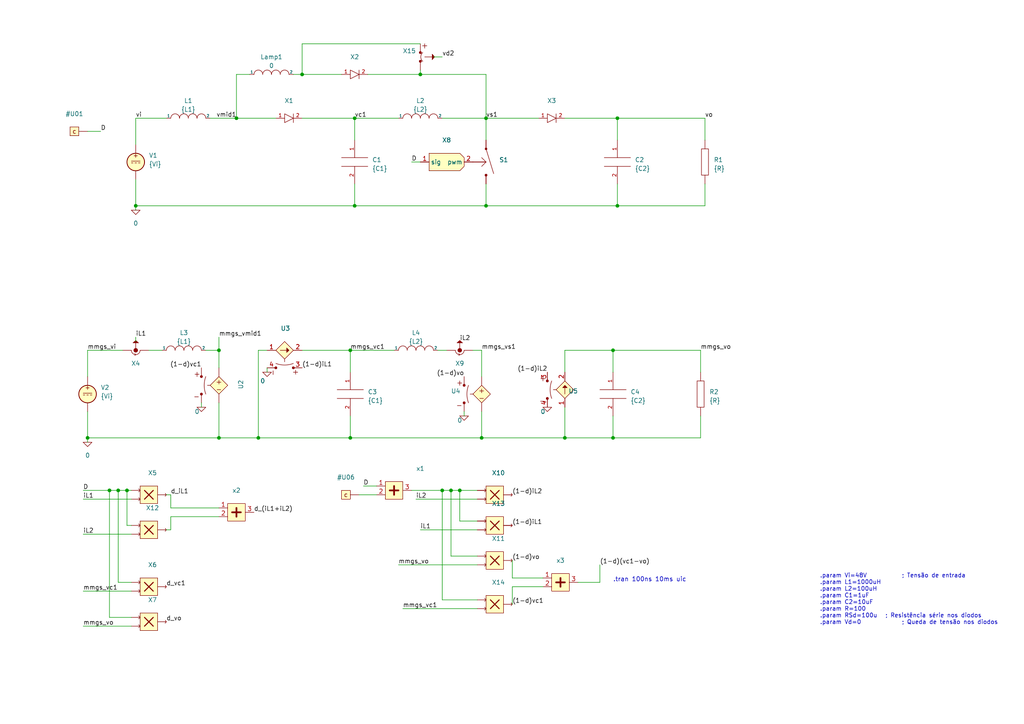
<source format=kicad_sch>
(kicad_sch (version 20220404) (generator eeschema)
  (paper "A4")
  (title_block (title "Conversor Boost Quadrático") (date "2022-05-30") (rev "0") (company "INEP - UFSC"))
  (lib_symbols
    (symbol "Signal Processing:Ammeter Compact" (pin_numbers hide) (in_bom no) (on_board no)
      (property "Reference" "X" (at 3.81 3.81 0))
      (property "Spice_Model" "AMMETER" (at 7.62 -3.81 0))
      (symbol "Ammeter Compact_0_0"
        (polyline (pts (xy 2.1618 -0.7853) (xy 2.168 0.7941) (xy 2.8415 0) (xy 2.1618 -0.7853)) (fill (type outline)))
      )
      (symbol "Ammeter Compact_0_1"
        (polyline (pts (xy -1.5137 0.2765) (xy -1.2513 0.0029) (xy -0.9722 0.2904)))
        (circle (center 0 0) (radius 0.5513) (fill (type outline)))
        (arc (start 0 1.27) (mid -1.2542 0) (end 0 -1.27))
      )
      (symbol "Ammeter Compact_1_1"
        (pin passive line (at 0 3.81 270) (length 2.54) (name "") (number "1"))
        (pin passive line (at 0 -3.81 90) (length 2.54) (name "") (number "2"))
        (pin output line (at 2.54 0 180) (length 2.54) (name "") (number "3"))
      )
    )
    (symbol "Signal Processing:Constant Value Signal Output" (power) (pin_numbers hide) (in_bom no) (on_board no)
      (property "Reference" "U" (at -3.81 2.54 0))
      (property "Spice_Model" "CTE c=1" (at -1.27 -2.54 0))
      (symbol "Constant Value Signal Output_0_0"
        (text "c" (at -3.81 0 0) (effects (font (size 1.27 1.27))))
      )
      (symbol "Constant Value Signal Output_0_1"
        (rectangle (start -5.08 1.27) (end -2.54 -1.27) (fill (type background)))
      )
      (symbol "Constant Value Signal Output_1_1"
        (pin output line (at 0 0 180) (length 2.54) (name "") (number "1"))
      )
    )
    (symbol "Signal Processing:Voltmeter Compact" (pin_numbers hide) (in_bom no) (on_board no)
      (property "Reference" "X" (at 3.81 3.81 0))
      (property "Spice_Model" "VOLTMETER" (at 7.62 -3.81 0))
      (symbol "Voltmeter Compact_0_0"
        (polyline (pts (xy 3.4318 -0.7853) (xy 3.438 0.7941) (xy 4.1115 0) (xy 3.4318 -0.7853)) (fill (type outline)))
      )
      (symbol "Voltmeter Compact_0_1"
        (circle (center 0 -1.27) (radius 0.3247) (fill (type outline)))
        (polyline (pts (xy 1.27 3.81) (xy 1.27 2.54)))
        (polyline (pts (xy 1.8985 3.2251) (xy 0.6341 3.2251)))
        (circle (center 0 1.27) (radius 0.3247) (fill (type outline)))
        (arc (start 0.693 1.283) (mid -2.1916 -0.0134) (end 0.7021 -1.2895))
      )
      (symbol "Voltmeter Compact_1_1"
        (pin passive line (at 0 3.81 270) (length 2.54) (name "") (number "1"))
        (pin passive line (at 0 -3.81 90) (length 2.54) (name "") (number "2"))
        (pin output line (at 3.81 0 180) (length 2.54) (name "") (number "3"))
      )
    )
    (symbol "Signal Processing:product" (pin_numbers hide) (in_bom no) (on_board no)
      (property "Reference" "X" (at -1.27 3.81 0))
      (property "Spice_Model" "PROD" (at 0 -3.81 0))
      (symbol "product_0_1"
        (rectangle (start -2.54 2.54) (end 2.54 -2.54) (fill (type background)))
        (polyline (pts (xy -1.27 -1.27) (xy 1.27 1.27)) (stroke (width 0.3)))
        (polyline (pts (xy -1.27 1.27) (xy 1.27 -1.27)) (stroke (width 0.3)))
        (polyline (pts (xy -2.9571 1.7226) (xy -2.54 1.27) (xy -2.9643 0.8399)))
        (polyline (pts (xy -2.945 -0.8524) (xy -2.54 -1.27) (xy -2.9728 -1.6928)))
        (polyline (pts (xy 4.7317 0.4132) (xy 5.08 0) (xy 4.6948 -0.4241)))
      )
      (symbol "product_1_1"
        (pin input line (at -5.08 1.27 0) (length 2.54) (name "") (number "1"))
        (pin input line (at -5.08 -1.27 0) (length 2.54) (name "") (number "2"))
        (pin output line (at 5.08 0 180) (length 2.54) (name "") (number "3"))
      )
    )
    (symbol "Signal Processing:sum2" (in_bom no) (on_board no)
      (property "Reference" "x" (at 0 3.81 0))
      (property "Spice_Model" "SUM2 g1=1 g2=1 gout=1" (at 0 -3.81 0))
      (symbol "sum2_0_0"
        (rectangle (start -2.54 2.54) (end 2.54 -2.54) (fill (type background)))
        (polyline (pts (xy -1.27 0) (xy 1.27 0)) (stroke (width 0.5)))
        (polyline (pts (xy 0 -1.27) (xy 0 1.27)) (stroke (width 0.5)))
      )
      (symbol "sum2_1_1"
        (pin input line (at -5.08 1.27 0) (length 2.54) (name "") (number "1"))
        (pin input line (at -5.08 -1.27 0) (length 2.54) (name "") (number "2"))
        (pin output line (at 5.08 0 180) (length 2.54) (name "") (number "3"))
      )
    )
    (symbol "Simulation_SPICE:VDC" (pin_numbers hide) (pin_names (offset 0.0254))
      (property "Reference" "V" (at 2.54 2.54 0))
      (property "Value" "VDC" (at 2.54 0 0))
      (property "Spice_Model" "dc(1)" (at 2.54 -2.54 0))
      (symbol "VDC_0_0"
        (polyline (pts (xy -1.27 0.254) (xy 1.27 0.254)))
        (polyline (pts (xy -0.762 -0.254) (xy -1.27 -0.254)))
        (polyline (pts (xy 0.254 -0.254) (xy -0.254 -0.254)))
        (polyline (pts (xy 1.27 -0.254) (xy 0.762 -0.254)))
        (text "+" (at 0 1.905 0) (effects (font (size 1.27 1.27))))
      )
      (symbol "VDC_0_1"
        (circle (center 0 0) (radius 2.54) (stroke (width 0.254)) (fill (type background)))
      )
      (symbol "VDC_1_1"
        (pin passive line (at 0 5.08 270) (length 2.54) (name "~") (number "1"))
        (pin passive line (at 0 -5.08 90) (length 2.54) (name "~") (number "2"))
      )
    )
    (symbol "power electronics:Ideal Diode" (in_bom no) (on_board no)
      (property "Reference" "X" (at -1.27 3.81 0))
      (property "Spice_Model" "IDIODE1 Vf=0 Rs=100u" (at 0 -3.81 0))
      (symbol "Ideal Diode_0_1"
        (polyline (pts (xy 1.27 1.27) (xy 1.27 -1.27)))
        (polyline (pts (xy 1.27 0) (xy -1.27 1.27) (xy -1.27 -1.27) (xy 1.27 0)))
      )
      (symbol "Ideal Diode_1_1"
        (pin passive line (at -3.81 0 0) (length 2.54) (name "") (number "1"))
        (pin passive line (at 3.81 0 180) (length 2.54) (name "") (number "2"))
      )
    )
    (symbol "power electronics:Ideal Switch" (pin_numbers hide) (pin_names hide) (in_bom no) (on_board no)
      (property "Reference" "S" (at 6.35 2.54 0))
      (property "Spice_Model" "ISWITCH reson=1m vgth=0.5" (at 19.05 -2.54 0))
      (symbol "Ideal Switch_0_1"
        (circle (center 0 -3.81) (radius 0.3091) (fill (type outline)))
        (polyline (pts (xy 0 3.81) (xy 2.2157 -3.3763)))
        (polyline (pts (xy -1.27 1.27) (xy 0 0) (xy -1.27 -1.27)))
        (circle (center 0 3.81) (radius 0.2769) (fill (type outline)))
      )
      (symbol "Ideal Switch_1_1"
        (pin passive line (at 0 6.35 270) (length 2.54) (name "D") (number "1"))
        (pin input line (at -3.81 0 0) (length 3.81) (name "G") (number "2"))
        (pin passive line (at 0 -6.35 90) (length 2.54) (name "S") (number "3"))
      )
    )
    (symbol "power electronics:PWM3_FIXED" (in_bom no) (on_board no)
      (property "Reference" "X" (at 0 5.08 0))
      (property "Spice_Model" "PWM3FIXED freq=10kHz" (at 0 -5.08 0))
      (symbol "PWM3_FIXED_0_1"
        (polyline (pts (xy -5.08 2.54) (xy -5.08 -2.54) (xy 3.81 -2.54) (xy 5.08 -1.27) (xy 5.08 1.27) (xy 3.81 2.54) (xy -5.08 2.54)) (fill (type background)))
      )
      (symbol "PWM3_FIXED_1_1"
        (pin input line (at -7.62 0 0) (length 2.54) (name "sig") (number "1"))
        (pin output line (at 7.62 0 180) (length 2.54) (name "pwm") (number "2"))
      )
    )
    (symbol "power electronics:VCCS" (in_bom no) (on_board no)
      (property "Reference" "U" (at 8.89 2.54 0))
      (property "Spice_Model" "1" (at 8.89 -3.81 0))
      (symbol "VCCS_0_1"
        (polyline (pts (xy 2.54 0) (xy 3.341 0)))
        (polyline (pts (xy 6.35 2.54) (xy 6.35 3.81)))
        (polyline (pts (xy 6.9381 3.2047) (xy 5.7514 3.2047)))
        (polyline (pts (xy 7.0439 -3.3394) (xy 5.9493 -3.3394)))
        (polyline (pts (xy -2.54 0) (xy 0 2.54) (xy 2.54 0) (xy 0 -2.54) (xy -2.54 0)) (fill (type background)))
        (polyline (pts (xy 0 -1.27) (xy 0 1.27) (xy -0.6763 0.5962) (xy 0.6201 0.5883) (xy 0 1.27)) (fill (type outline)))
        (arc (start 3.81 -2.54) (mid 17.7756 0) (end 3.81 2.54))
        (circle (center 5.08 -2.54) (radius 0.3247) (fill (type outline)))
        (circle (center 5.08 2.54) (radius 0.3247) (fill (type outline)))
      )
      (symbol "VCCS_1_1"
        (pin passive line (at 0 -5.08 90) (length 2.54) (name "") (number "1"))
        (pin passive line (at 0 5.08 270) (length 2.54) (name "") (number "2"))
        (pin passive line (at 5.08 5.08 270) (length 2.54) (name "") (number "3"))
        (pin passive line (at 5.08 -5.08 90) (length 2.54) (name "") (number "4"))
      )
    )
    (symbol "power electronics:VCVS" (pin_numbers hide) (in_bom no) (on_board no)
      (property "Reference" "U" (at 8.89 1.27 0))
      (property "Spice_Model" "1" (at 8.89 -1.27 0))
      (symbol "VCVS_0_1"
        (polyline (pts (xy -0.0071 0.3742) (xy -0.003 1.4714)))
        (polyline (pts (xy 0.5306 -1.2608) (xy -0.5172 -1.2608)))
        (polyline (pts (xy 0.575 0.9096) (xy -0.5854 0.9089)))
        (polyline (pts (xy 2.54 0) (xy 3.341 0)))
        (polyline (pts (xy 6.35 2.54) (xy 6.35 3.81)))
        (polyline (pts (xy 6.9381 3.2047) (xy 5.7514 3.2047)))
        (polyline (pts (xy 7.0439 -3.3394) (xy 5.9493 -3.3394)))
        (polyline (pts (xy -2.54 0) (xy 0 2.54) (xy 2.54 0) (xy 0 -2.54) (xy -2.54 0)) (fill (type background)))
        (arc (start 3.81 -2.54) (mid 17.7756 0) (end 3.81 2.54))
        (circle (center 5.08 -2.54) (radius 0.3247) (fill (type outline)))
        (circle (center 5.08 2.54) (radius 0.3247) (fill (type outline)))
      )
      (symbol "VCVS_1_1"
        (pin passive line (at 0 5.08 270) (length 2.54) (name "") (number "1"))
        (pin passive line (at 0 -5.08 90) (length 2.54) (name "") (number "2"))
        (pin passive line (at 5.08 5.08 270) (length 2.54) (name "") (number "3"))
        (pin passive line (at 5.08 -5.08 90) (length 2.54) (name "") (number "4"))
      )
    )
    (symbol "pspice:0" (power) (pin_names (offset 0))
      (property "Value" "0" (at 0 -1.778 0))
      (symbol "0_0_1"
        (polyline (pts (xy -1.27 0) (xy 0 -1.27) (xy 1.27 0) (xy -1.27 0)))
      )
      (symbol "0_1_1"
        (pin power_in line (at 0 0 0) (length 0) hide (name "0") (number "1"))
      )
    )
    (symbol "pspice:CAP" (pin_names (offset 0.254))
      (property "Reference" "C" (at 2.54 3.81 90))
      (property "Value" "CAP" (at 2.54 -3.81 90))
      (symbol "CAP_0_1"
        (polyline (pts (xy -3.81 -1.27) (xy 3.81 -1.27)))
        (polyline (pts (xy -3.81 1.27) (xy 3.81 1.27)))
      )
      (symbol "CAP_1_1"
        (pin passive line (at 0 6.35 270) (length 5.08) (name "~") (number "1"))
        (pin passive line (at 0 -6.35 90) (length 5.08) (name "~") (number "2"))
      )
    )
    (symbol "pspice:INDUCTOR" (pin_numbers hide) (pin_names (offset 0))
      (property "Reference" "L" (at 0 2.54 0))
      (property "Value" "INDUCTOR" (at 0 -1.27 0))
      (symbol "INDUCTOR_0_1"
        (arc (start -2.54 0) (mid -3.81 1.2645) (end -5.08 0))
        (arc (start 0 0) (mid -1.27 1.2645) (end -2.54 0))
        (arc (start 2.54 0) (mid 1.27 1.2645) (end 0 0))
        (arc (start 5.08 0) (mid 3.81 1.2645) (end 2.54 0))
      )
      (symbol "INDUCTOR_1_1"
        (pin input line (at -6.35 0 0) (length 1.27) (name "1") (number "1"))
        (pin input line (at 6.35 0 180) (length 1.27) (name "2") (number "2"))
      )
    )
    (symbol "pspice:R" (pin_numbers hide) (pin_names (offset 0))
      (property "Reference" "R" (at 2.032 0 90))
      (property "Value" "R" (at 0 0 90))
      (symbol "R_0_1"
        (rectangle (start -1.016 3.81) (end 1.016 -3.81))
      )
      (symbol "R_1_1"
        (pin passive line (at 0 6.35 270) (length 2.54) (name "~") (number "1"))
        (pin passive line (at 0 -6.35 90) (length 2.54) (name "~") (number "2"))
      )
    )
  )
  (junction (at 128.27 142.24))
  (junction (at 25.4 127))
  (junction (at 68.58 34.29))
  (junction (at 179.07 59.69))
  (junction (at 102.87 59.69))
  (junction (at 140.97 34.29))
  (junction (at 177.8 101.6))
  (junction (at 87.63 21.59))
  (junction (at 63.5 101.6))
  (junction (at 102.87 34.29))
  (junction (at 34.29 142.24))
  (junction (at 101.6 127))
  (junction (at 179.07 34.29))
  (junction (at 31.75 142.24))
  (junction (at 133.35 142.24))
  (junction (at 139.7 127))
  (junction (at 63.5 127))
  (junction (at 140.97 59.69))
  (junction (at 130.81 142.24))
  (junction (at 121.92 21.59))
  (junction (at 74.93 127))
  (junction (at 101.6 101.6))
  (junction (at 163.83 127))
  (junction (at 39.37 59.69))
  (junction (at 177.8 127))
  (junction (at 36.83 142.24))
  (wire (pts (xy 203.2 107.95) (xy 203.2 101.6)))
  (wire (pts (xy 121.92 153.67) (xy 138.43 153.67)))
  (wire (pts (xy 77.47 107.95) (xy 77.47 106.68)))
  (wire (pts (xy 121.92 12.7) (xy 87.63 12.7)))
  (wire (pts (xy 133.35 142.24) (xy 138.43 142.24)))
  (wire (pts (xy 173.99 168.91) (xy 167.64 168.91)))
  (wire (pts (xy 63.5 147.32) (xy 49.53 147.32)))
  (wire (pts (xy 163.83 118.11) (xy 163.83 127)))
  (wire (pts (xy 148.59 170.18) (xy 148.59 175.26)))
  (wire (pts (xy 177.8 120.65) (xy 177.8 127)))
  (wire (pts (xy 140.97 34.29) (xy 156.21 34.29)))
  (wire (pts (xy 49.53 147.32) (xy 49.53 143.51)))
  (wire (pts (xy 24.13 181.61) (xy 38.1 181.61)))
  (wire (pts (xy 72.39 21.59) (xy 68.58 21.59)))
  (wire (pts (xy 87.63 21.59) (xy 85.09 21.59)))
  (wire (pts (xy 203.2 120.65) (xy 203.2 127)))
  (wire (pts (xy 25.4 127) (xy 25.4 128.27)))
  (wire (pts (xy 116.84 176.53) (xy 138.43 176.53)))
  (wire (pts (xy 119.38 142.24) (xy 128.27 142.24)))
  (wire (pts (xy 139.7 119.38) (xy 139.7 127)))
  (wire (pts (xy 179.07 59.69) (xy 204.47 59.69)))
  (wire (pts (xy 34.29 168.91) (xy 34.29 142.24)))
  (wire (pts (xy 25.4 101.6) (xy 35.56 101.6)))
  (wire (pts (xy 106.68 21.59) (xy 121.92 21.59)))
  (wire (pts (xy 29.21 38.1) (xy 25.4 38.1)))
  (wire (pts (xy 125.73 16.51) (xy 128.27 16.51)))
  (wire (pts (xy 77.47 101.6) (xy 74.93 101.6)))
  (wire (pts (xy 128.27 142.24) (xy 130.81 142.24)))
  (wire (pts (xy 204.47 40.64) (xy 204.47 34.29)))
  (wire (pts (xy 58.42 118.11) (xy 58.42 116.84)))
  (wire (pts (xy 177.8 127) (xy 203.2 127)))
  (wire (pts (xy 31.75 142.24) (xy 34.29 142.24)))
  (wire (pts (xy 128.27 34.29) (xy 140.97 34.29)))
  (wire (pts (xy 63.5 101.6) (xy 63.5 106.68)))
  (wire (pts (xy 139.7 127) (xy 101.6 127)))
  (wire (pts (xy 39.37 34.29) (xy 48.26 34.29)))
  (wire (pts (xy 49.53 153.67) (xy 48.26 153.67)))
  (wire (pts (xy 204.47 53.34) (xy 204.47 59.69)))
  (wire (pts (xy 121.92 20.32) (xy 121.92 21.59)))
  (wire (pts (xy 140.97 59.69) (xy 179.07 59.69)))
  (wire (pts (xy 60.96 34.29) (xy 68.58 34.29)))
  (wire (pts (xy 163.83 101.6) (xy 177.8 101.6)))
  (wire (pts (xy 87.63 34.29) (xy 102.87 34.29)))
  (wire (pts (xy 39.37 97.79) (xy 39.37 99.06)))
  (wire (pts (xy 99.06 21.59) (xy 87.63 21.59)))
  (wire (pts (xy 105.41 140.97) (xy 109.22 140.97)))
  (wire (pts (xy 120.65 144.78) (xy 138.43 144.78)))
  (wire (pts (xy 140.97 59.69) (xy 102.87 59.69)))
  (wire (pts (xy 140.97 53.34) (xy 140.97 59.69)))
  (wire (pts (xy 148.59 167.64) (xy 148.59 162.56)))
  (wire (pts (xy 36.83 142.24) (xy 38.1 142.24)))
  (wire (pts (xy 68.58 34.29) (xy 80.01 34.29)))
  (wire (pts (xy 157.48 167.64) (xy 148.59 167.64)))
  (wire (pts (xy 68.58 21.59) (xy 68.58 34.29)))
  (wire (pts (xy 104.14 143.51) (xy 109.22 143.51)))
  (wire (pts (xy 173.99 163.83) (xy 173.99 168.91)))
  (wire (pts (xy 38.1 179.07) (xy 31.75 179.07)))
  (wire (pts (xy 49.53 149.86) (xy 49.53 153.67)))
  (wire (pts (xy 24.13 144.78) (xy 38.1 144.78)))
  (wire (pts (xy 24.13 154.94) (xy 38.1 154.94)))
  (wire (pts (xy 204.47 34.29) (xy 179.07 34.29)))
  (wire (pts (xy 177.8 101.6) (xy 177.8 107.95)))
  (wire (pts (xy 25.4 127) (xy 63.5 127)))
  (wire (pts (xy 140.97 21.59) (xy 140.97 34.29)))
  (wire (pts (xy 163.83 34.29) (xy 179.07 34.29)))
  (wire (pts (xy 24.13 171.45) (xy 38.1 171.45)))
  (wire (pts (xy 134.62 119.38) (xy 134.62 120.65)))
  (wire (pts (xy 130.81 142.24) (xy 133.35 142.24)))
  (wire (pts (xy 34.29 142.24) (xy 36.83 142.24)))
  (wire (pts (xy 157.48 170.18) (xy 148.59 170.18)))
  (wire (pts (xy 43.18 101.6) (xy 46.99 101.6)))
  (wire (pts (xy 63.5 97.79) (xy 63.5 101.6)))
  (wire (pts (xy 36.83 152.4) (xy 36.83 142.24)))
  (wire (pts (xy 101.6 101.6) (xy 114.3 101.6)))
  (wire (pts (xy 63.5 127) (xy 74.93 127)))
  (wire (pts (xy 179.07 53.34) (xy 179.07 59.69)))
  (wire (pts (xy 163.83 101.6) (xy 163.83 107.95)))
  (wire (pts (xy 59.69 101.6) (xy 63.5 101.6)))
  (wire (pts (xy 87.63 101.6) (xy 101.6 101.6)))
  (wire (pts (xy 38.1 152.4) (xy 36.83 152.4)))
  (wire (pts (xy 25.4 119.38) (xy 25.4 127)))
  (wire (pts (xy 128.27 173.99) (xy 128.27 142.24)))
  (wire (pts (xy 138.43 151.13) (xy 133.35 151.13)))
  (wire (pts (xy 130.81 161.29) (xy 130.81 142.24)))
  (wire (pts (xy 119.38 46.99) (xy 121.92 46.99)))
  (wire (pts (xy 101.6 101.6) (xy 101.6 107.95)))
  (wire (pts (xy 39.37 52.07) (xy 39.37 59.69)))
  (wire (pts (xy 39.37 41.91) (xy 39.37 34.29)))
  (wire (pts (xy 139.7 101.6) (xy 139.7 109.22)))
  (wire (pts (xy 87.63 12.7) (xy 87.63 21.59)))
  (wire (pts (xy 74.93 127) (xy 101.6 127)))
  (wire (pts (xy 31.75 142.24) (xy 31.75 179.07)))
  (wire (pts (xy 101.6 127) (xy 101.6 120.65)))
  (wire (pts (xy 24.13 142.24) (xy 31.75 142.24)))
  (wire (pts (xy 38.1 168.91) (xy 34.29 168.91)))
  (wire (pts (xy 63.5 149.86) (xy 49.53 149.86)))
  (wire (pts (xy 49.53 143.51) (xy 48.26 143.51)))
  (wire (pts (xy 128.27 173.99) (xy 138.43 173.99)))
  (wire (pts (xy 102.87 34.29) (xy 102.87 40.64)))
  (wire (pts (xy 102.87 59.69) (xy 102.87 53.34)))
  (wire (pts (xy 102.87 34.29) (xy 115.57 34.29)))
  (wire (pts (xy 25.4 109.22) (xy 25.4 101.6)))
  (wire (pts (xy 74.93 101.6) (xy 74.93 127)))
  (wire (pts (xy 127 101.6) (xy 129.54 101.6)))
  (wire (pts (xy 140.97 34.29) (xy 140.97 40.64)))
  (wire (pts (xy 163.83 127) (xy 177.8 127)))
  (wire (pts (xy 137.16 101.6) (xy 139.7 101.6)))
  (wire (pts (xy 39.37 59.69) (xy 39.37 60.96)))
  (wire (pts (xy 179.07 34.29) (xy 179.07 40.64)))
  (wire (pts (xy 115.57 163.83) (xy 138.43 163.83)))
  (wire (pts (xy 133.35 151.13) (xy 133.35 142.24)))
  (wire (pts (xy 63.5 116.84) (xy 63.5 127)))
  (wire (pts (xy 121.92 21.59) (xy 140.97 21.59)))
  (wire (pts (xy 203.2 101.6) (xy 177.8 101.6)))
  (wire (pts (xy 139.7 127) (xy 163.83 127)))
  (wire (pts (xy 39.37 59.69) (xy 102.87 59.69)))
  (wire (pts (xy 138.43 161.29) (xy 130.81 161.29)))
  (text ".tran 100ns 10ms uic" (at 177.8 168.91 0) (effects (font (size 1.27 1.27)) (justify left bottom)))
  (text ".param Vi=48V		; Tensão de entrada\n.param L1=1000uH\n.param L2=100uH\n.param C1=1uF\n.param C2=10uF\n.param R=100\n.param RSd=100u	; Resistência série nos diodos\n.param Vd=0			; Queda de tensão nos diodos" (at 237.8002 181.3058 0) (effects (font (size 1.2 1.2)) (justify left bottom)))
  (label "d_(iL1+iL2)" (at 73.66 148.59 0))
  (label "(1-d)vc1" (at 58.42 106.68 0))
  (label "mmgs_vo" (at 115.57 163.83 0))
  (label "mmgs_vc1" (at 24.13 171.45 0))
  (label "(1-d)(vc1-vo)" (at 173.99 163.83 0))
  (label "mmgs_vs1" (at 139.7 101.6 0))
  (label "mmgs_vc1" (at 101.6 101.6 0))
  (label "(1-d)vo" (at 148.59 162.56 0))
  (label "(1-d)iL1" (at 87.63 106.68 0))
  (label "(1-d)vo" (at 134.62 109.22 0))
  (label "vo" (at 204.47 34.29 0))
  (label "d_vo" (at 48.26 180.34 0))
  (label "(1-d)iL1" (at 148.59 152.4 0))
  (label "vc1" (at 102.87 34.29 0))
  (label "(1-d)vc1" (at 148.59 175.26 0))
  (label "vmid1" (at 68.58 34.29 0))
  (label "iL2" (at 120.65 144.78 0))
  (label "iL2" (at 24.13 154.94 0))
  (label "iL1" (at 121.92 153.67 0))
  (label "mmgs_vo" (at 24.13 181.61 0))
  (label "mmgs_vi" (at 25.4 101.6 0))
  (label "mmgs_vo" (at 203.2 101.6 0))
  (label "D" (at 105.41 140.97 0))
  (label "(1-d)iL2" (at 148.59 143.51 0))
  (label "iL1" (at 39.37 97.79 0))
  (label "d_vc1" (at 48.26 170.18 0))
  (label "vi" (at 39.37 34.29 0))
  (label "iL2" (at 133.35 99.06 0))
  (label "D" (at 24.13 142.24 0))
  (label "D" (at 119.38 46.99 0))
  (label "D" (at 29.21 38.1 0))
  (label "(1-d)iL2" (at 158.75 107.95 0))
  (label "mmgs_vmid1" (at 63.5 97.79 0))
  (label "iL1" (at 24.13 144.78 0))
  (label "d_iL1" (at 49.53 143.51 0))
  (label "vd2" (at 128.27 16.51 0))
  (label "vs1" (at 140.97 34.29 0))
  (label "mmgs_vc1" (at 116.84 176.53 0))
  (symbol (lib_id "power electronics:VCCS") (at 82.55 101.6 270) (unit 1) (in_bom no) (on_board no)
    (default_instance (reference "U") (unit 1) (value "VCCS") (footprint ""))
    (property "Reference" "U3" (at 82.7853 95.25 90))
    (property "Value" "VCCS" (effects hide))
    (property "Spice_Primitive" "G" (effects hide))
    (property "Spice_Model" "1" (at 82.7853 97.79 90))
    (property "Spice_Netlist_Enabled" "Y" (effects hide))
  )
  (symbol (lib_id "pspice:CAP") (at 177.8 114.3 0) (unit 1)
    (default_instance (reference "C") (unit 1) (value "CAP") (footprint ""))
    (property "Reference" "C4" (at 182.88 113.665 0) (effects (justify left)))
    (property "Value" "{C2}" (at 182.88 116.205 0) (effects (justify left)))
  )
  (symbol (lib_id "Simulation_SPICE:VDC") (at 39.37 46.99 0) (unit 1)
    (default_instance (reference "V") (unit 1) (value "VDC") (footprint ""))
    (property "Reference" "V1" (at 43.18 45.085 0) (effects (justify left)))
    (property "Value" "VDC" (at 43.18 47.625 0) (effects (justify left)))
    (property "Spice_Netlist_Enabled" "Y" (effects hide))
    (property "Spice_Primitive" "V" (effects hide))
    (property "Spice_Model" "dc {Vi}" (at 43.18 50.165 0) (effects (justify left)))
  )
  (symbol (lib_id "Signal Processing:product") (at 43.18 153.67 0) (unit 1) (in_bom no) (on_board no)
    (default_instance (reference "X") (unit 1) (value "product") (footprint ""))
    (property "Reference" "X12" (at 44.2336 147.32 0))
    (property "Value" "product" (effects hide))
    (property "Spice_Primitive" "X" (effects hide))
    (property "Spice_Model" "PROD" (at 44.2336 149.86 0))
    (property "Spice_Netlist_Enabled" "Y" (effects hide))
    (property "Spice_Lib_File" "$(KICAD_SIMULATION_LIB_DIR)/ngspice-lib/product/product.lib" (effects hide))
  )
  (symbol (lib_id "power electronics:VCCS") (at 163.83 113.03 0) (mirror y) (unit 1) (in_bom no) (on_board no)
    (default_instance (reference "U") (unit 1) (value "VCCS") (footprint ""))
    (property "Reference" "U5" (at 167.64 113.4297 0) (effects (justify left)))
    (property "Value" "VCCS" (effects hide))
    (property "Spice_Primitive" "G" (effects hide))
    (property "Spice_Model" "1" (at 167.64 110.8897 0) (effects (justify left)))
    (property "Spice_Netlist_Enabled" "Y" (effects hide))
  )
  (symbol (lib_id "pspice:INDUCTOR") (at 121.92 34.29 0) (unit 1)
    (default_instance (reference "L") (unit 1) (value "INDUCTOR") (footprint ""))
    (property "Reference" "L2" (at 121.92 29.21 0))
    (property "Value" "{L2}" (at 121.92 31.75 0))
  )
  (symbol (lib_id "pspice:0") (at 25.4 128.27 0) (unit 1)
    (default_instance (reference "#GND") (unit 1) (value "0") (footprint ""))
    (property "Reference" "#GND02" (effects hide))
    (property "Value" "0" (at 25.4 132.08 0))
  )
  (symbol (lib_id "pspice:CAP") (at 102.87 46.99 0) (unit 1)
    (default_instance (reference "C") (unit 1) (value "CAP") (footprint ""))
    (property "Reference" "C1" (at 107.95 46.355 0) (effects (justify left)))
    (property "Value" "{C1}" (at 107.95 48.895 0) (effects (justify left)))
  )
  (symbol (lib_id "Signal Processing:product") (at 143.51 143.51 0) (unit 1) (in_bom no) (on_board no)
    (default_instance (reference "X") (unit 1) (value "product") (footprint ""))
    (property "Reference" "X10" (at 144.5636 137.16 0))
    (property "Value" "product" (effects hide))
    (property "Spice_Primitive" "X" (effects hide))
    (property "Spice_Model" "PROD" (at 144.5636 139.7 0))
    (property "Spice_Netlist_Enabled" "Y" (effects hide))
    (property "Spice_Lib_File" "$(KICAD_SIMULATION_LIB_DIR)/ngspice-lib/product/product.lib" (effects hide))
  )
  (symbol (lib_id "power electronics:Ideal Diode") (at 102.87 21.59 0) (unit 1) (in_bom no) (on_board no)
    (default_instance (reference "X") (unit 1) (value "Ideal Diode") (footprint ""))
    (property "Reference" "X2" (at 102.87 16.51 0))
    (property "Value" "Ideal Diode" (effects hide))
    (property "Spice_Primitive" "X" (effects hide))
    (property "Spice_Model" "IDIODE1 Vf={Vd} Rs={RSd}" (at 102.87 19.05 0))
    (property "Spice_Netlist_Enabled" "Y" (effects hide))
    (property "Spice_Lib_File" "$(KICAD_SIMULATION_LIB_DIR)/ngspice-lib/diode/ideal/idiode.lib" (effects hide))
  )
  (symbol (lib_id "power electronics:Ideal Diode") (at 83.82 34.29 0) (unit 1) (in_bom no) (on_board no)
    (default_instance (reference "X") (unit 1) (value "Ideal Diode") (footprint ""))
    (property "Reference" "X1" (at 83.82 29.21 0))
    (property "Value" "Ideal Diode" (effects hide))
    (property "Spice_Primitive" "X" (effects hide))
    (property "Spice_Model" "IDIODE1 Vf={Vd} Rs={RSd}" (at 83.82 31.75 0))
    (property "Spice_Netlist_Enabled" "Y" (effects hide))
    (property "Spice_Lib_File" "$(KICAD_SIMULATION_LIB_DIR)/ngspice-lib/diode/ideal/idiode.lib" (effects hide))
  )
  (symbol (lib_id "Signal Processing:product") (at 143.51 162.56 0) (unit 1) (in_bom no) (on_board no)
    (default_instance (reference "X") (unit 1) (value "product") (footprint ""))
    (property "Reference" "X11" (at 144.5636 156.21 0))
    (property "Value" "product" (effects hide))
    (property "Spice_Primitive" "X" (effects hide))
    (property "Spice_Model" "PROD" (at 144.5636 158.75 0))
    (property "Spice_Netlist_Enabled" "Y" (effects hide))
    (property "Spice_Lib_File" "$(KICAD_SIMULATION_LIB_DIR)/ngspice-lib/product/product.lib" (effects hide))
  )
  (symbol (lib_id "Signal Processing:product") (at 43.18 180.34 0) (unit 1) (in_bom no) (on_board no)
    (default_instance (reference "X") (unit 1) (value "product") (footprint ""))
    (property "Reference" "X7" (at 44.2336 173.99 0))
    (property "Value" "product" (effects hide))
    (property "Spice_Primitive" "X" (effects hide))
    (property "Spice_Model" "PROD" (at 44.2336 176.53 0))
    (property "Spice_Netlist_Enabled" "Y" (effects hide))
    (property "Spice_Lib_File" "$(KICAD_SIMULATION_LIB_DIR)/ngspice-lib/product/product.lib" (effects hide))
  )
  (symbol (lib_id "Simulation_SPICE:VDC") (at 25.4 114.3 0) (unit 1)
    (default_instance (reference "V") (unit 1) (value "VDC") (footprint ""))
    (property "Reference" "V2" (at 29.21 112.395 0) (effects (justify left)))
    (property "Value" "VDC" (at 29.21 114.935 0) (effects (justify left)))
    (property "Spice_Netlist_Enabled" "Y" (effects hide))
    (property "Spice_Primitive" "V" (effects hide))
    (property "Spice_Model" "dc {Vi}" (at 29.21 117.475 0) (effects (justify left)))
  )
  (symbol (lib_id "Signal Processing:product") (at 143.51 152.4 0) (unit 1) (in_bom no) (on_board no)
    (default_instance (reference "X") (unit 1) (value "product") (footprint ""))
    (property "Reference" "X13" (at 144.5636 146.05 0))
    (property "Value" "product" (effects hide))
    (property "Spice_Primitive" "X" (effects hide))
    (property "Spice_Model" "PROD" (at 144.5636 148.59 0))
    (property "Spice_Netlist_Enabled" "Y" (effects hide))
    (property "Spice_Lib_File" "$(KICAD_SIMULATION_LIB_DIR)/ngspice-lib/product/product.lib" (effects hide))
  )
  (symbol (lib_id "Signal Processing:Voltmeter Compact") (at 121.92 16.51 0) (unit 1) (in_bom no) (on_board no)
    (default_instance (reference "X") (unit 1) (value "Voltmeter Compact") (footprint ""))
    (property "Reference" "X15" (at 120.65 14.7673 0) (effects (justify right)))
    (property "Value" "Voltmeter Compact" (effects hide))
    (property "Spice_Primitive" "X" (effects hide))
    (property "Spice_Model" "VOLTMETER" (at 120.65 17.3073 0) (effects (justify right)))
    (property "Spice_Netlist_Enabled" "Y" (effects hide))
    (property "Spice_Lib_File" "$(KICAD_SIMULATION_LIB_DIR)/ngspice-lib/measurement/voltmeter/voltmeter.lib" (effects hide))
  )
  (symbol (lib_id "pspice:INDUCTOR") (at 54.61 34.29 0) (unit 1)
    (default_instance (reference "L") (unit 1) (value "INDUCTOR") (footprint ""))
    (property "Reference" "L1" (at 54.61 29.21 0))
    (property "Value" "{L1}" (at 54.61 31.75 0))
  )
  (symbol (lib_id "pspice:INDUCTOR") (at 120.65 101.6 0) (unit 1)
    (default_instance (reference "L") (unit 1) (value "INDUCTOR") (footprint ""))
    (property "Reference" "L4" (at 120.65 96.52 0))
    (property "Value" "{L2}" (at 120.65 99.06 0))
  )
  (symbol (lib_id "Signal Processing:Constant Value Signal Output") (at 104.14 143.51 0) (unit 1) (in_bom no) (on_board no)
    (default_instance (reference "U") (unit 1) (value "Constant Value Signal Output") (footprint ""))
    (property "Reference" "U06" (at 100.33 138.43 0))
    (property "Value" "Constant Value Signal Output" (effects hide))
    (property "Spice_Primitive" "X" (effects hide))
    (property "Spice_Model" "CTE c=1" (at 100.33 140.97 0))
    (property "Spice_Netlist_Enabled" "Y" (effects hide))
    (property "Spice_Lib_File" "$(KICAD_SIMULATION_LIB_DIR)/ngspice-lib/independent_sources/unipolar_voltage_source/unipolar_voltage_source.lib" (effects hide))
  )
  (symbol (lib_id "pspice:0") (at 77.47 107.95 0) (unit 1)
    (default_instance (reference "#GND") (unit 1) (value "0") (footprint ""))
    (property "Reference" "#GND03" (effects hide))
    (property "Value" "0" (at 76.2 110.49 0))
  )
  (symbol (lib_id "pspice:INDUCTOR") (at 53.34 101.6 0) (unit 1)
    (default_instance (reference "L") (unit 1) (value "INDUCTOR") (footprint ""))
    (property "Reference" "L3" (at 53.34 96.52 0))
    (property "Value" "{L1}" (at 53.34 99.06 0))
  )
  (symbol (lib_id "Signal Processing:product") (at 43.18 170.18 0) (unit 1) (in_bom no) (on_board no)
    (default_instance (reference "X") (unit 1) (value "product") (footprint ""))
    (property "Reference" "X6" (at 44.2336 163.83 0))
    (property "Value" "product" (effects hide))
    (property "Spice_Primitive" "X" (effects hide))
    (property "Spice_Model" "PROD" (at 44.2336 166.37 0))
    (property "Spice_Netlist_Enabled" "Y" (effects hide))
    (property "Spice_Lib_File" "$(KICAD_SIMULATION_LIB_DIR)/ngspice-lib/product/product.lib" (effects hide))
  )
  (symbol (lib_id "pspice:0") (at 134.62 120.65 0) (unit 1)
    (default_instance (reference "#GND") (unit 1) (value "0") (footprint ""))
    (property "Reference" "#GND05" (effects hide))
    (property "Value" "0" (at 133.35 121.92 0))
  )
  (symbol (lib_id "Signal Processing:Constant Value Signal Output") (at 25.4 38.1 0) (unit 1) (in_bom no) (on_board no)
    (default_instance (reference "U") (unit 1) (value "Constant Value Signal Output") (footprint ""))
    (property "Reference" "U01" (at 21.59 33.02 0))
    (property "Value" "Constant Value Signal Output" (effects hide))
    (property "Spice_Primitive" "X" (effects hide))
    (property "Spice_Model" "CTE c=0.65" (at 21.59 35.56 0))
    (property "Spice_Netlist_Enabled" "Y" (effects hide))
    (property "Spice_Lib_File" "$(KICAD_SIMULATION_LIB_DIR)/ngspice-lib/independent_sources/unipolar_voltage_source/unipolar_voltage_source.lib" (effects hide))
  )
  (symbol (lib_id "power electronics:Ideal Switch") (at 140.97 46.99 0) (unit 1) (in_bom no) (on_board no)
    (default_instance (reference "S") (unit 1) (value "Ideal Switch") (footprint ""))
    (property "Reference" "S1" (at 144.78 46.3711 0) (effects (justify left)))
    (property "Value" "Ideal Switch" (effects hide))
    (property "Spice_Primitive" "X" (effects hide))
    (property "Spice_Model" "ISWITCH reson=1u vgth=0.5" (at 144.78 48.9111 0) (effects (justify left)))
    (property "Spice_Netlist_Enabled" "Y" (effects hide))
    (property "Spice_Lib_File" "$(KICAD_SIMULATION_LIB_DIR)/ngspice-lib/switches/ideal_mosfet/INMOSFET.lib" (effects hide))
  )
  (symbol (lib_id "power electronics:VCVS") (at 63.5 111.76 0) (mirror y) (unit 1) (in_bom no) (on_board no)
    (default_instance (reference "U") (unit 1) (value "VCVS") (footprint ""))
    (property "Reference" "U2" (at 69.85 111.5247 90))
    (property "Value" "VCVS" (effects hide))
    (property "Spice_Primitive" "E" (effects hide))
    (property "Spice_Model" "1" (at 67.31 111.5247 90))
    (property "Spice_Netlist_Enabled" "Y" (effects hide))
  )
  (symbol (lib_id "pspice:CAP") (at 101.6 114.3 0) (unit 1)
    (default_instance (reference "C") (unit 1) (value "CAP") (footprint ""))
    (property "Reference" "C3" (at 106.68 113.665 0) (effects (justify left)))
    (property "Value" "{C1}" (at 106.68 116.205 0) (effects (justify left)))
  )
  (symbol (lib_id "Signal Processing:sum2") (at 114.3 142.24 0) (unit 1) (in_bom no) (on_board no)
    (default_instance (reference "x") (unit 1) (value "sum2") (footprint ""))
    (property "Reference" "x1" (at 121.92 135.89 0))
    (property "Value" "sum2" (effects hide))
    (property "Spice_Primitive" "X" (effects hide))
    (property "Spice_Model" "SUM2 g1=-1 g2=1 gout=1" (at 121.92 138.43 0))
    (property "Spice_Netlist_Enabled" "Y" (effects hide))
    (property "Spice_Lib_File" "$(KICAD_SIMULATION_LIB_DIR)/ngspice-lib/sum/sum.lib" (effects hide))
  )
  (symbol (lib_id "power electronics:Ideal Diode") (at 160.02 34.29 0) (unit 1) (in_bom no) (on_board no)
    (default_instance (reference "X") (unit 1) (value "Ideal Diode") (footprint ""))
    (property "Reference" "X3" (at 160.02 29.21 0))
    (property "Value" "Ideal Diode" (effects hide))
    (property "Spice_Primitive" "X" (effects hide))
    (property "Spice_Model" "IDIODE1 Vf={Vd} Rs={RSd}" (at 160.02 31.75 0))
    (property "Spice_Netlist_Enabled" "Y" (effects hide))
    (property "Spice_Lib_File" "$(KICAD_SIMULATION_LIB_DIR)/ngspice-lib/diode/ideal/idiode.lib" (effects hide))
  )
  (symbol (lib_id "pspice:CAP") (at 179.07 46.99 0) (unit 1)
    (default_instance (reference "C") (unit 1) (value "CAP") (footprint ""))
    (property "Reference" "C2" (at 184.15 46.355 0) (effects (justify left)))
    (property "Value" "{C2}" (at 184.15 48.895 0) (effects (justify left)))
  )
  (symbol (lib_id "power electronics:PWM3_FIXED") (at 129.54 46.99 0) (unit 1) (in_bom no) (on_board no)
    (default_instance (reference "X") (unit 1) (value "PWM3_FIXED") (footprint ""))
    (property "Reference" "X8" (at 129.54 40.64 0))
    (property "Value" "PWM3_FIXED" (effects hide))
    (property "Spice_Primitive" "X" (effects hide))
    (property "Spice_Model" "PWM3FIXED freq=150kHz" (at 128.27 43.18 0))
    (property "Spice_Netlist_Enabled" "Y" (effects hide))
    (property "Spice_Lib_File" "$(KICAD_SIMULATION_LIB_DIR)/ngspice-lib/pwm_generator/pwm_generator.lib" (effects hide))
  )
  (symbol (lib_id "power electronics:VCVS") (at 139.7 114.3 0) (mirror y) (unit 1) (in_bom no) (on_board no)
    (default_instance (reference "U") (unit 1) (value "VCVS") (footprint ""))
    (property "Reference" "U4" (at 130.81 113.4297 0) (effects (justify right)))
    (property "Value" "VCVS" (effects hide))
    (property "Spice_Primitive" "E" (effects hide))
    (property "Spice_Model" "1" (at 130.81 115.9697 0) (effects (justify right)))
    (property "Spice_Netlist_Enabled" "Y" (effects hide))
  )
  (symbol (lib_id "pspice:INDUCTOR") (at 78.74 21.59 0) (unit 1)
    (default_instance (reference "L") (unit 1) (value "INDUCTOR") (footprint ""))
    (property "Reference" "Lamp1" (at 78.74 16.51 0))
    (property "Value" "0" (at 78.74 19.05 0))
  )
  (symbol (lib_id "Signal Processing:Ammeter Compact") (at 133.35 101.6 90) (unit 1) (in_bom no) (on_board no)
    (default_instance (reference "X") (unit 1) (value "Ammeter Compact") (footprint ""))
    (property "Reference" "X9" (at 133.35 105.41 90))
    (property "Value" "Ammeter Compact" (effects hide))
    (property "Spice_Primitive" "X" (effects hide))
    (property "Spice_Model" "AMMETER" (at 127 105.41 90))
    (property "Spice_Netlist_Enabled" "Y" (effects hide))
    (property "Spice_Lib_File" "$(KICAD_SIMULATION_LIB_DIR)/ngspice-lib/measurement/ammeter/ammeter.lib" (effects hide))
  )
  (symbol (lib_id "pspice:0") (at 158.75 118.11 0) (unit 1)
    (default_instance (reference "#GND") (unit 1) (value "0") (footprint ""))
    (property "Reference" "#GND06" (effects hide))
    (property "Value" "0" (at 157.48 119.38 0))
  )
  (symbol (lib_id "pspice:R") (at 203.2 114.3 0) (unit 1)
    (default_instance (reference "R") (unit 1) (value "R") (footprint ""))
    (property "Reference" "R2" (at 205.74 113.665 0) (effects (justify left)))
    (property "Value" "{R}" (at 205.74 116.205 0) (effects (justify left)))
  )
  (symbol (lib_id "Signal Processing:sum2") (at 162.56 168.91 0) (unit 1) (in_bom no) (on_board no)
    (default_instance (reference "x") (unit 1) (value "sum2") (footprint ""))
    (property "Reference" "x3" (at 162.56 162.56 0))
    (property "Value" "sum2" (effects hide))
    (property "Spice_Primitive" "X" (effects hide))
    (property "Spice_Model" "SUM2 g1=-1 g2=1 gout=1" (at 161.29 165.1 0))
    (property "Spice_Netlist_Enabled" "Y" (effects hide))
    (property "Spice_Lib_File" "$(KICAD_SIMULATION_LIB_DIR)/ngspice-lib/sum/sum.lib" (effects hide))
  )
  (symbol (lib_id "Signal Processing:Ammeter Compact") (at 39.37 101.6 90) (unit 1) (in_bom no) (on_board no)
    (default_instance (reference "X") (unit 1) (value "Ammeter Compact") (footprint ""))
    (property "Reference" "X4" (at 39.37 105.41 90))
    (property "Value" "Ammeter Compact" (effects hide))
    (property "Spice_Primitive" "X" (effects hide))
    (property "Spice_Model" "AMMETER" (at 39.37 107.95 90))
    (property "Spice_Netlist_Enabled" "Y" (effects hide))
    (property "Spice_Lib_File" "$(KICAD_SIMULATION_LIB_DIR)/ngspice-lib/measurement/ammeter/ammeter.lib" (effects hide))
  )
  (symbol (lib_id "pspice:R") (at 204.47 46.99 0) (unit 1)
    (default_instance (reference "R") (unit 1) (value "R") (footprint ""))
    (property "Reference" "R1" (at 207.01 46.355 0) (effects (justify left)))
    (property "Value" "{R}" (at 207.01 48.895 0) (effects (justify left)))
  )
  (symbol (lib_id "Signal Processing:sum2") (at 68.58 148.59 0) (unit 1) (in_bom no) (on_board no)
    (default_instance (reference "x") (unit 1) (value "sum2") (footprint ""))
    (property "Reference" "x2" (at 68.58 142.24 0))
    (property "Value" "sum2" (effects hide))
    (property "Spice_Primitive" "X" (effects hide))
    (property "Spice_Model" "SUM2 g1=1 g2=1 gout=1" (at 67.31 144.78 0))
    (property "Spice_Netlist_Enabled" "Y" (effects hide))
    (property "Spice_Lib_File" "$(KICAD_SIMULATION_LIB_DIR)/ngspice-lib/sum/sum.lib" (effects hide))
  )
  (symbol (lib_id "Signal Processing:product") (at 143.51 175.26 0) (unit 1) (in_bom no) (on_board no)
    (default_instance (reference "X") (unit 1) (value "product") (footprint ""))
    (property "Reference" "X14" (at 144.5636 168.91 0))
    (property "Value" "product" (effects hide))
    (property "Spice_Primitive" "X" (effects hide))
    (property "Spice_Model" "PROD" (at 144.5636 171.45 0))
    (property "Spice_Netlist_Enabled" "Y" (effects hide))
    (property "Spice_Lib_File" "$(KICAD_SIMULATION_LIB_DIR)/ngspice-lib/product/product.lib" (effects hide))
  )
  (symbol (lib_id "Signal Processing:product") (at 43.18 143.51 0) (unit 1) (in_bom no) (on_board no)
    (default_instance (reference "X") (unit 1) (value "product") (footprint ""))
    (property "Reference" "X5" (at 44.2336 137.16 0))
    (property "Value" "product" (effects hide))
    (property "Spice_Primitive" "X" (effects hide))
    (property "Spice_Model" "PROD" (at 44.2336 139.7 0))
    (property "Spice_Netlist_Enabled" "Y" (effects hide))
    (property "Spice_Lib_File" "$(KICAD_SIMULATION_LIB_DIR)/ngspice-lib/product/product.lib" (effects hide))
  )
  (symbol (lib_id "pspice:0") (at 39.37 60.96 0) (unit 1)
    (default_instance (reference "#GND") (unit 1) (value "0") (footprint ""))
    (property "Reference" "#GND01" (effects hide))
    (property "Value" "0" (at 39.37 64.77 0))
  )
  (symbol (lib_id "pspice:0") (at 58.42 118.11 0) (unit 1)
    (default_instance (reference "#GND") (unit 1) (value "0") (footprint ""))
    (property "Reference" "#GND04" (effects hide))
    (property "Value" "0" (at 57.15 119.38 0))
  )
)
</source>
